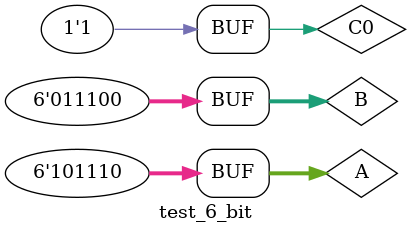
<source format=sv>

module test_6_bit;
  
     reg [5:0] A;
     reg [5:0] B;
     reg C0;
     wire [5:0] S;
     wire C4;
  six_bit_adder dut(.A(A),.B(B),.C0(C0),.S(S),.Cout(Cout));    
     initial begin
      #10 A = 6'b001101;B=6'b001111;C0 = 1'b0; 
      #10 A = 6'b101110;B=6'b011100;C0 = 1'b1; 
     end
	 initial begin
       $monitor("$time A=%b,B=%b,C0=%b,S=%b,C4=%b \n",A,B,C0,S,Cout);
		 end
  
  
  	 initial begin
       $dumpvars;
       $dumpfile("dump.vcd");
     end
  
endmodule
</source>
